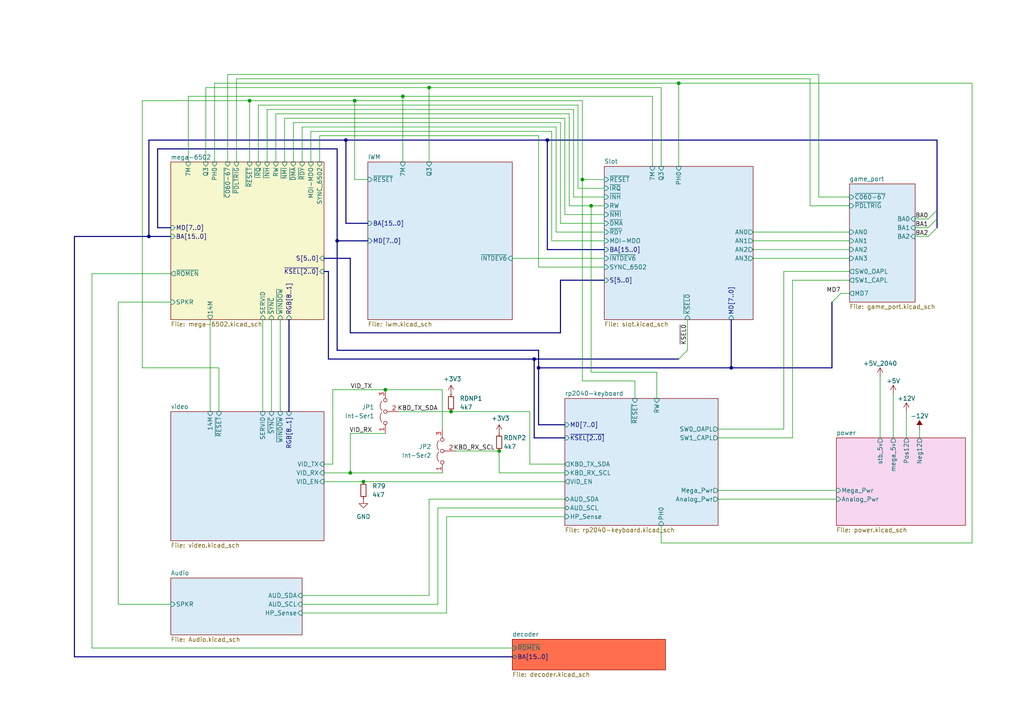
<source format=kicad_sch>
(kicad_sch (version 20230121) (generator eeschema)
  (paper "A4")
  (title_block (title "Mega IIe Rev 3 PCB") (date "2023-10-19") (rev "3b") (company "twitch.tv/baldengineer"))
  (lib_symbols
    (symbol "Mega IIe Rev3 Symbols:Jumper_3_Open" (pin_names (offset 0) hide)
      (property "Reference" "JP" (at -2.54 -2.54 0))
      (property "Value" "Jumper_3_Open" (at 0 2.794 0))
      (symbol "Jumper_3_Open_0_0"
        (circle (center -3.302 0) (radius 0.508))
        (circle (center 0 0) (radius 0.508))
        (circle (center 3.302 0) (radius 0.508))
      )
      (symbol "Jumper_3_Open_0_1"
        (arc (start -0.254 1.016) (mid -1.651 1.4992) (end -3.048 1.016))
        (polyline (pts (xy 0 -0.508) (xy 0 -1.27)))
        (arc (start 3.048 1.016) (mid 1.651 1.4992) (end 0.254 1.016))
      )
      (symbol "Jumper_3_Open_1_1"
        (pin passive line (at -6.35 0 0) (length 2.54) (name "A") (number "1"))
        (pin passive line (at 0 -3.81 90) (length 2.54) (name "C") (number "2"))
        (pin passive line (at 6.35 0 180) (length 2.54) (name "B") (number "3"))
      )
    )
    (symbol "Mega IIe Rev3 Symbols:R_Small" (pin_numbers hide) (pin_names (offset 0.254) hide)
      (property "Reference" "R" (at 0.762 0.508 0))
      (property "Value" "R_Small" (at 0.762 -1.016 0))
      (symbol "R_Small_0_1"
        (rectangle (start -0.762 1.778) (end 0.762 -1.778) (stroke (width 0.2032)))
      )
      (symbol "R_Small_1_1"
        (pin passive line (at 0 2.54 270) (length 0.762) (name "~") (number "1"))
        (pin passive line (at 0 -2.54 90) (length 0.762) (name "~") (number "2"))
      )
    )
    (symbol "My Library:+5V_2040" (power) (pin_names (offset 0))
      (property "Value" "+5V_2040" (at 0 3.556 0))
      (symbol "+5V_2040_0_1"
        (polyline (pts (xy -0.762 1.27) (xy 0 2.54)))
        (polyline (pts (xy 0 0) (xy 0 2.54)))
        (polyline (pts (xy 0 2.54) (xy 0.762 1.27)))
      )
      (symbol "+5V_2040_1_1"
        (pin power_in line (at 0 0 90) (length 0) hide (name "+5V_2040") (number "1"))
      )
    )
    (symbol "power:+12V" (power) (pin_names (offset 0))
      (property "Value" "+12V" (at 0 3.556 0))
      (symbol "+12V_0_1"
        (polyline (pts (xy -0.762 1.27) (xy 0 2.54)))
        (polyline (pts (xy 0 0) (xy 0 2.54)))
        (polyline (pts (xy 0 2.54) (xy 0.762 1.27)))
      )
      (symbol "+12V_1_1"
        (pin power_in line (at 0 0 90) (length 0) hide (name "+12V") (number "1"))
      )
    )
    (symbol "power:+3V3" (power) (pin_names (offset 0))
      (property "Value" "+3V3" (at 0 3.556 0))
      (symbol "+3V3_0_1"
        (polyline (pts (xy -0.762 1.27) (xy 0 2.54)))
        (polyline (pts (xy 0 0) (xy 0 2.54)))
        (polyline (pts (xy 0 2.54) (xy 0.762 1.27)))
      )
      (symbol "+3V3_1_1"
        (pin power_in line (at 0 0 90) (length 0) hide (name "+3V3") (number "1"))
      )
    )
    (symbol "power:+5V" (power) (pin_names (offset 0))
      (property "Value" "+5V" (at 0 3.556 0))
      (symbol "+5V_0_1"
        (polyline (pts (xy -0.762 1.27) (xy 0 2.54)))
        (polyline (pts (xy 0 0) (xy 0 2.54)))
        (polyline (pts (xy 0 2.54) (xy 0.762 1.27)))
      )
      (symbol "+5V_1_1"
        (pin power_in line (at 0 0 90) (length 0) hide (name "+5V") (number "1"))
      )
    )
    (symbol "power:-12V" (power) (pin_names (offset 0))
      (property "Value" "-12V" (at 0 3.81 0))
      (symbol "-12V_0_0"
        (pin power_in line (at 0 0 90) (length 0) hide (name "-12V") (number "1"))
      )
      (symbol "-12V_0_1"
        (polyline (pts (xy 0 0) (xy 0 1.27) (xy 0.762 1.27) (xy 0 2.54) (xy -0.762 1.27) (xy 0 1.27)) (fill (type outline)))
      )
    )
    (symbol "power:GND" (power) (pin_names (offset 0))
      (property "Value" "GND" (at 0 -3.81 0))
      (symbol "GND_0_1"
        (polyline (pts (xy 0 0) (xy 0 -1.27) (xy 1.27 -1.27) (xy 0 -2.54) (xy -1.27 -1.27) (xy 0 -1.27)))
      )
      (symbol "GND_1_1"
        (pin power_in line (at 0 0 270) (length 0) hide (name "GND") (number "1"))
      )
    )
  )
  (junction (at 111.76 113.03))
  (junction (at 196.85 24.13))
  (junction (at 72.39 29.21))
  (junction (at 105.41 139.7))
  (junction (at 43.18 68.58))
  (junction (at 156.21 106.68))
  (junction (at 144.78 130.81))
  (junction (at 102.87 29.21))
  (junction (at 101.6 137.16))
  (junction (at 130.81 119.38))
  (junction (at 168.91 52.07))
  (junction (at 100.33 40.64))
  (junction (at 97.79 69.85))
  (junction (at 124.46 25.4))
  (junction (at 154.94 104.14))
  (junction (at 116.84 27.94))
  (junction (at 158.75 40.64))
  (junction (at 171.45 59.69))
  (junction (at 212.09 106.68))
  (bus_entry (at 269.24 63.5) (size 2.54 -2.54))
  (bus_entry (at 269.24 66.04) (size 2.54 -2.54))
  (bus_entry (at 269.24 68.58) (size 2.54 -2.54))
  (bus_entry (at 196.85 104.14) (size 2.54 -2.54))
  (bus_entry (at 241.3 87.63) (size 2.54 -2.54))
  (wire (pts (xy 165.1 59.69) (xy 165.1 33.02)))
  (bus (pts (xy 93.98 78.74) (xy 95.25 78.74)))
  (wire (pts (xy 129.54 177.8) (xy 129.54 149.86)))
  (wire (pts (xy 68.58 22.86) (xy 234.95 22.86)))
  (wire (pts (xy 171.45 59.69) (xy 165.1 59.69)))
  (wire (pts (xy 171.45 107.95) (xy 190.5 107.95)))
  (bus (pts (xy 97.79 69.85) (xy 97.79 101.6)))
  (wire (pts (xy 255.27 109.22) (xy 255.27 127)))
  (wire (pts (xy 229.87 127) (xy 208.28 127)))
  (wire (pts (xy 72.39 29.21) (xy 41.275 29.21)))
  (wire (pts (xy 243.84 85.09) (xy 246.38 85.09)))
  (wire (pts (xy 227.33 78.74) (xy 246.38 78.74)))
  (wire (pts (xy 234.95 22.86) (xy 234.95 59.69)))
  (wire (pts (xy 74.93 30.48) (xy 74.93 46.99)))
  (wire (pts (xy 77.47 31.75) (xy 77.47 46.99)))
  (bus (pts (xy 100.33 40.64) (xy 158.75 40.64)))
  (wire (pts (xy 208.28 142.24) (xy 242.57 142.24)))
  (bus (pts (xy 95.25 78.74) (xy 95.25 104.14)))
  (bus (pts (xy 100.33 64.77) (xy 106.68 64.77)))
  (bus (pts (xy 158.75 40.64) (xy 271.78 40.64)))
  (wire (pts (xy 175.26 52.07) (xy 168.91 52.07)))
  (wire (pts (xy 76.2 92.71) (xy 76.2 119.38)))
  (bus (pts (xy 83.82 92.71) (xy 83.82 119.38)))
  (wire (pts (xy 93.98 137.16) (xy 101.6 137.16)))
  (wire (pts (xy 156.21 77.47) (xy 175.26 77.47)))
  (wire (pts (xy 90.17 38.1) (xy 160.02 38.1)))
  (bus (pts (xy 49.53 68.58) (xy 43.18 68.58)))
  (wire (pts (xy 124.46 25.4) (xy 191.77 25.4)))
  (wire (pts (xy 82.55 34.29) (xy 82.55 46.99)))
  (wire (pts (xy 168.91 52.07) (xy 168.91 110.49)))
  (wire (pts (xy 63.5 106.68) (xy 63.5 119.38)))
  (wire (pts (xy 161.29 67.31) (xy 161.29 36.83)))
  (wire (pts (xy 105.41 139.7) (xy 163.83 139.7)))
  (wire (pts (xy 234.95 59.69) (xy 246.38 59.69)))
  (wire (pts (xy 168.91 110.49) (xy 184.15 110.49)))
  (bus (pts (xy 95.25 104.14) (xy 154.94 104.14)))
  (wire (pts (xy 265.43 63.5) (xy 269.24 63.5)))
  (wire (pts (xy 227.33 124.46) (xy 227.33 78.74)))
  (wire (pts (xy 116.84 27.94) (xy 189.23 27.94)))
  (bus (pts (xy 45.72 43.18) (xy 97.79 43.18)))
  (wire (pts (xy 62.23 24.13) (xy 62.23 46.99)))
  (wire (pts (xy 208.28 144.78) (xy 242.57 144.78)))
  (wire (pts (xy 102.87 52.07) (xy 106.68 52.07)))
  (wire (pts (xy 92.71 46.99) (xy 92.71 39.37)))
  (wire (pts (xy 102.87 29.21) (xy 168.91 29.21)))
  (wire (pts (xy 124.46 25.4) (xy 124.46 46.99)))
  (bus (pts (xy 271.78 63.5) (xy 271.78 66.04)))
  (wire (pts (xy 77.47 31.75) (xy 166.37 31.75)))
  (wire (pts (xy 87.63 36.83) (xy 87.63 46.99)))
  (bus (pts (xy 212.09 106.68) (xy 156.21 106.68)))
  (wire (pts (xy 265.43 66.04) (xy 269.24 66.04)))
  (wire (pts (xy 66.04 46.99) (xy 66.04 21.59)))
  (wire (pts (xy 41.275 29.21) (xy 41.275 106.68)))
  (wire (pts (xy 218.44 74.93) (xy 246.38 74.93)))
  (wire (pts (xy 34.29 87.63) (xy 34.29 175.26)))
  (wire (pts (xy 160.02 38.1) (xy 160.02 69.85)))
  (wire (pts (xy 190.5 107.95) (xy 190.5 115.57)))
  (bus (pts (xy 156.21 123.19) (xy 163.83 123.19)))
  (bus (pts (xy 154.94 104.14) (xy 154.94 127)))
  (wire (pts (xy 101.6 125.73) (xy 111.76 125.73)))
  (wire (pts (xy 191.77 152.4) (xy 191.77 157.48)))
  (wire (pts (xy 96.52 134.62) (xy 96.52 113.03)))
  (wire (pts (xy 156.21 39.37) (xy 156.21 77.47)))
  (wire (pts (xy 199.39 92.71) (xy 199.39 101.6)))
  (wire (pts (xy 237.49 21.59) (xy 237.49 57.15)))
  (bus (pts (xy 162.56 81.28) (xy 175.26 81.28)))
  (wire (pts (xy 101.6 137.16) (xy 128.27 137.16)))
  (bus (pts (xy 93.98 74.93) (xy 101.6 74.93)))
  (wire (pts (xy 127 175.26) (xy 127 147.32)))
  (bus (pts (xy 162.56 96.52) (xy 162.56 81.28)))
  (wire (pts (xy 160.02 69.85) (xy 175.26 69.85)))
  (wire (pts (xy 171.45 59.69) (xy 171.45 107.95)))
  (wire (pts (xy 132.08 130.81) (xy 144.78 130.81)))
  (wire (pts (xy 189.23 48.26) (xy 189.23 27.94)))
  (wire (pts (xy 87.63 172.72) (xy 124.46 172.72)))
  (wire (pts (xy 115.57 119.38) (xy 130.81 119.38)))
  (wire (pts (xy 259.08 114.3) (xy 259.08 127)))
  (wire (pts (xy 54.61 27.94) (xy 54.61 46.99)))
  (wire (pts (xy 26.67 79.375) (xy 26.67 187.96)))
  (wire (pts (xy 161.29 36.83) (xy 87.63 36.83)))
  (bus (pts (xy 45.72 66.04) (xy 45.72 43.18)))
  (bus (pts (xy 156.21 101.6) (xy 156.21 106.68)))
  (wire (pts (xy 266.7 124.46) (xy 266.7 127)))
  (bus (pts (xy 97.79 101.6) (xy 156.21 101.6)))
  (wire (pts (xy 74.93 30.48) (xy 167.64 30.48)))
  (wire (pts (xy 124.46 144.78) (xy 163.83 144.78)))
  (wire (pts (xy 60.96 92.71) (xy 60.96 119.38)))
  (wire (pts (xy 49.53 79.375) (xy 26.67 79.375)))
  (wire (pts (xy 54.61 27.94) (xy 116.84 27.94)))
  (wire (pts (xy 41.275 106.68) (xy 63.5 106.68)))
  (bus (pts (xy 21.59 68.58) (xy 43.18 68.58)))
  (wire (pts (xy 130.81 119.38) (xy 153.67 119.38)))
  (wire (pts (xy 208.28 124.46) (xy 227.33 124.46)))
  (bus (pts (xy 97.79 69.85) (xy 106.68 69.85)))
  (wire (pts (xy 128.27 124.46) (xy 128.27 113.03)))
  (wire (pts (xy 62.23 24.13) (xy 196.85 24.13)))
  (bus (pts (xy 175.26 72.39) (xy 158.75 72.39)))
  (wire (pts (xy 281.94 157.48) (xy 281.94 24.13)))
  (wire (pts (xy 218.44 69.85) (xy 246.38 69.85)))
  (bus (pts (xy 49.53 66.04) (xy 45.72 66.04)))
  (wire (pts (xy 85.09 35.56) (xy 162.56 35.56)))
  (wire (pts (xy 72.39 29.21) (xy 72.39 46.99)))
  (wire (pts (xy 101.6 137.16) (xy 101.6 125.73)))
  (wire (pts (xy 34.29 175.26) (xy 49.53 175.26)))
  (wire (pts (xy 191.77 157.48) (xy 281.94 157.48)))
  (bus (pts (xy 158.75 72.39) (xy 158.75 40.64)))
  (bus (pts (xy 212.09 106.68) (xy 241.3 106.68)))
  (bus (pts (xy 156.21 106.68) (xy 156.21 123.19)))
  (wire (pts (xy 196.85 24.13) (xy 196.85 48.26)))
  (wire (pts (xy 153.67 119.38) (xy 153.67 134.62)))
  (wire (pts (xy 175.26 64.77) (xy 162.56 64.77)))
  (bus (pts (xy 97.79 43.18) (xy 97.79 69.85)))
  (wire (pts (xy 116.84 27.94) (xy 116.84 46.99)))
  (bus (pts (xy 21.59 68.58) (xy 21.59 190.5)))
  (wire (pts (xy 148.59 74.93) (xy 175.26 74.93)))
  (bus (pts (xy 100.33 64.77) (xy 100.33 40.64)))
  (wire (pts (xy 93.98 139.7) (xy 105.41 139.7)))
  (wire (pts (xy 124.46 172.72) (xy 124.46 144.78)))
  (wire (pts (xy 265.43 68.58) (xy 269.24 68.58)))
  (wire (pts (xy 163.83 62.23) (xy 163.83 34.29)))
  (wire (pts (xy 144.78 137.16) (xy 163.83 137.16)))
  (wire (pts (xy 262.89 119.38) (xy 262.89 127)))
  (wire (pts (xy 90.17 46.99) (xy 90.17 38.1)))
  (wire (pts (xy 144.78 130.81) (xy 144.78 137.16)))
  (wire (pts (xy 72.39 29.21) (xy 102.87 29.21)))
  (wire (pts (xy 96.52 113.03) (xy 111.76 113.03)))
  (bus (pts (xy 271.78 60.96) (xy 271.78 63.5)))
  (wire (pts (xy 184.15 110.49) (xy 184.15 115.57)))
  (bus (pts (xy 241.3 87.63) (xy 241.3 106.68)))
  (wire (pts (xy 175.26 54.61) (xy 167.64 54.61)))
  (wire (pts (xy 80.01 33.02) (xy 165.1 33.02)))
  (wire (pts (xy 92.71 39.37) (xy 156.21 39.37)))
  (wire (pts (xy 129.54 149.86) (xy 163.83 149.86)))
  (wire (pts (xy 281.94 24.13) (xy 196.85 24.13)))
  (wire (pts (xy 153.67 134.62) (xy 163.83 134.62)))
  (wire (pts (xy 167.64 54.61) (xy 167.64 30.48)))
  (wire (pts (xy 49.53 87.63) (xy 34.29 87.63)))
  (wire (pts (xy 175.26 59.69) (xy 171.45 59.69)))
  (wire (pts (xy 102.87 29.21) (xy 102.87 52.07)))
  (wire (pts (xy 127 147.32) (xy 163.83 147.32)))
  (wire (pts (xy 78.74 92.71) (xy 78.74 119.38)))
  (wire (pts (xy 26.67 187.96) (xy 148.59 187.96)))
  (wire (pts (xy 85.09 35.56) (xy 85.09 46.99)))
  (wire (pts (xy 80.01 33.02) (xy 80.01 46.99)))
  (wire (pts (xy 191.77 25.4) (xy 191.77 48.26)))
  (wire (pts (xy 87.63 177.8) (xy 129.54 177.8)))
  (bus (pts (xy 101.6 96.52) (xy 162.56 96.52)))
  (bus (pts (xy 43.18 40.64) (xy 100.33 40.64)))
  (wire (pts (xy 218.44 72.39) (xy 246.38 72.39)))
  (wire (pts (xy 128.27 113.03) (xy 111.76 113.03)))
  (bus (pts (xy 154.94 127) (xy 163.83 127)))
  (wire (pts (xy 175.26 62.23) (xy 163.83 62.23)))
  (bus (pts (xy 154.94 104.14) (xy 196.85 104.14)))
  (wire (pts (xy 59.69 25.4) (xy 59.69 46.99)))
  (bus (pts (xy 212.09 92.71) (xy 212.09 106.68)))
  (wire (pts (xy 66.04 21.59) (xy 237.49 21.59)))
  (wire (pts (xy 229.87 81.28) (xy 229.87 127)))
  (wire (pts (xy 162.56 64.77) (xy 162.56 35.56)))
  (wire (pts (xy 175.26 57.15) (xy 166.37 57.15)))
  (bus (pts (xy 271.78 40.64) (xy 271.78 60.96)))
  (bus (pts (xy 21.59 190.5) (xy 148.59 190.5)))
  (wire (pts (xy 87.63 175.26) (xy 127 175.26)))
  (wire (pts (xy 168.91 52.07) (xy 168.91 29.21)))
  (wire (pts (xy 59.69 25.4) (xy 124.46 25.4)))
  (wire (pts (xy 82.55 34.29) (xy 163.83 34.29)))
  (wire (pts (xy 93.98 134.62) (xy 96.52 134.62)))
  (bus (pts (xy 43.18 40.64) (xy 43.18 68.58)))
  (wire (pts (xy 237.49 57.15) (xy 246.38 57.15)))
  (wire (pts (xy 81.28 92.71) (xy 81.28 119.38)))
  (wire (pts (xy 218.44 67.31) (xy 246.38 67.31)))
  (wire (pts (xy 175.26 67.31) (xy 161.29 67.31)))
  (bus (pts (xy 101.6 74.93) (xy 101.6 96.52)))
  (wire (pts (xy 68.58 46.99) (xy 68.58 22.86)))
  (wire (pts (xy 166.37 57.15) (xy 166.37 31.75)))
  (wire (pts (xy 246.38 81.28) (xy 229.87 81.28)))
  (label "KBD_RX_SCL" (at 143.51 130.81 180))
  (label "~{KSEL0}" (at 199.39 93.98 270))
  (label "BA2" (at 269.24 68.58 180))
  (label "MD7" (at 243.84 85.09 180))
  (label "BA1" (at 269.24 66.04 180))
  (label "KBD_TX_SDA" (at 127 119.38 180))
  (label "BA0" (at 269.24 63.5 180))
  (label "VID_RX" (at 107.95 125.73 180))
  (label "VID_TX" (at 107.95 113.03 180))
  (symbol (lib_id "power:GND") (at 105.41 144.78 0) (unit 1)
    (property "Reference" "#PWR0416" (effects hide))
    (property "Value" "GND" (at 105.41 149.86 0))
  )
  (symbol (lib_id "My Library:+5V_2040") (at 255.27 109.22 0) (unit 1)
    (property "Reference" "#PWR0208" (effects hide))
    (property "Value" "+5V_2040" (at 255.27 105.41 0))
  )
  (symbol (lib_id "Mega IIe Rev3 Symbols:R_Small") (at 144.78 128.27 0) (unit 1)
    (property "Reference" "RDNP2" (at 146.05 127 0) (effects (justify left)))
    (property "Value" "4k7" (at 146.05 129.54 0) (effects (justify left)))
    (property "Footprint" "Resistor_SMD:R_0603_1608Metric" (effects hide))
  )
  (symbol (lib_id "power:+3V3") (at 144.78 125.73 0) (unit 1)
    (property "Reference" "#PWR0415" (effects hide))
    (property "Value" "+3V3" (at 145.161 121.3358 0))
  )
  (symbol (lib_id "power:+12V") (at 262.89 119.38 0) (unit 1)
    (property "Reference" "#PWR0217" (effects hide))
    (property "Value" "+12V" (at 262.89 115.57 0))
  )
  (symbol (lib_id "Mega IIe Rev3 Symbols:R_Small") (at 105.41 142.24 0) (unit 1)
    (property "Reference" "R79" (at 107.95 140.9699 0) (effects (justify left)))
    (property "Value" "4k7" (at 107.95 143.5099 0) (effects (justify left)))
    (property "Footprint" "Resistor_SMD:R_0603_1608Metric" (effects hide))
  )
  (symbol (lib_id "power:+3V3") (at 130.81 114.3 0) (unit 1)
    (property "Reference" "#PWR0417" (effects hide))
    (property "Value" "+3V3" (at 131.191 109.9058 0))
  )
  (symbol (lib_id "power:+5V") (at 259.08 114.3 0) (unit 1)
    (property "Reference" "#PWR0209" (effects hide))
    (property "Value" "+5V" (at 259.08 110.49 0))
  )
  (symbol (lib_id "Mega IIe Rev3 Symbols:R_Small") (at 130.81 116.84 0) (unit 1)
    (property "Reference" "RDNP1" (at 133.35 115.5699 0) (effects (justify left)))
    (property "Value" "4k7" (at 133.35 118.1099 0) (effects (justify left)))
    (property "Footprint" "Resistor_SMD:R_0603_1608Metric" (effects hide))
  )
  (symbol (lib_id "Mega IIe Rev3 Symbols:Jumper_3_Open") (at 111.76 119.38 90) (unit 1)
    (property "Reference" "JP1" (at 108.585 118.1099 90) (effects (justify left)))
    (property "Value" "Int-Ser1" (at 108.585 120.6499 90) (effects (justify left)))
    (property "Footprint" "Jumper:SolderJumper-3_P2.0mm_Open_TrianglePad1.0x1.5mm_NumberLabels" (effects hide))
  )
  (symbol (lib_id "power:-12V") (at 266.7 124.46 0) (unit 1)
    (property "Reference" "#PWR0218" (effects hide))
    (property "Value" "-12V" (at 266.7 120.65 0))
  )
  (symbol (lib_id "Mega IIe Rev3 Symbols:Jumper_3_Open") (at 128.27 130.81 90) (unit 1)
    (property "Reference" "JP2" (at 125.095 129.5399 90) (effects (justify left)))
    (property "Value" "Int-Ser2" (at 125.095 132.0799 90) (effects (justify left)))
    (property "Footprint" "Jumper:SolderJumper-3_P2.0mm_Open_TrianglePad1.0x1.5mm_NumberLabels" (effects hide))
  )
  (sheet (at 148.59 185.42) (size 44.45 8.89) (stroke (width 0.1524)) (fill (color 255 111 78 1.0000))
    (property "Sheetname" "decoder" (at 148.59 184.7084 0) (effects (justify left bottom)))
    (property "Sheetfile" "decoder.kicad_sch" (at 148.59 194.8946 0) (effects (justify left top)))
    (pin "BA[15..0]" bidirectional (at 148.59 190.5 180))
    (pin "~{ROMEN}" input (at 148.59 187.96 180))
  )
  (sheet (at 49.53 46.99) (size 44.45 45.72) (stroke (width 0.1524)) (fill (color 224 224 60 0.2500))
    (property "Sheetname" "mega-6502" (at 49.53 46.355 0) (effects (justify left bottom)))
    (property "Sheetfile" "mega-6502.kicad_sch" (at 49.53 93.2946 0) (effects (justify left top)))
    (pin "7M" input (at 54.61 46.99 90))
    (pin "BA[15..0]" input (at 49.53 68.58 180))
    (pin "MD[7..0]" input (at 49.53 66.04 180))
    (pin "~{KSEL[2..0]}" input (at 93.98 78.74 0))
    (pin "~{DMA}" input (at 85.09 46.99 90))
    (pin "~{PDLTRIG}" input (at 68.58 46.99 90))
    (pin "~{C060-67}" input (at 66.04 46.99 90))
    (pin "~{NMI}" input (at 82.55 46.99 90))
    (pin "~{RDY}" input (at 87.63 46.99 90))
    (pin "S[5..0]" input (at 93.98 74.93 0))
    (pin "PH0" input (at 62.23 46.99 90))
    (pin "Q3" input (at 59.69 46.99 90))
    (pin "RW" input (at 80.01 46.99 90))
    (pin "~{RESET}" input (at 72.39 46.99 90))
    (pin "~{IRQ}" input (at 74.93 46.99 90))
    (pin "~{INH}" input (at 77.47 46.99 90))
    (pin "~{SYNC}" input (at 78.74 92.71 270))
    (pin "MDI-MDO" input (at 90.17 46.99 90))
    (pin "~{WINDOW}" input (at 81.28 92.71 270))
    (pin "RGB[8..1]" input (at 83.82 92.71 270))
    (pin "SPKR" input (at 49.53 87.63 180))
    (pin "SERVID" input (at 76.2 92.71 270))
    (pin "14M" output (at 60.96 92.71 270))
    (pin "SYNC_6502" input (at 92.71 46.99 90))
    (pin "~{ROMEN}" output (at 49.53 79.375 180))
  )
  (sheet (at 175.26 48.26) (size 43.18 44.45) (stroke (width 0.1524)) (fill (color 105 176 224 0.2510))
    (property "Sheetname" "Slot" (at 175.26 47.5484 0) (effects (justify left bottom)))
    (property "Sheetfile" "slot.kicad_sch" (at 175.26 93.2946 0) (effects (justify left top)))
    (pin "~{IRQ}" input (at 175.26 54.61 180))
    (pin "7M" input (at 189.23 48.26 90))
    (pin "Q3" input (at 191.77 48.26 90))
    (pin "PH0" input (at 196.85 48.26 90))
    (pin "~{RESET}" input (at 175.26 52.07 180))
    (pin "~{INH}" input (at 175.26 57.15 180))
    (pin "RW" input (at 175.26 59.69 180))
    (pin "~{INTDEV6}" input (at 175.26 74.93 180))
    (pin "~{DMA}" input (at 175.26 64.77 180))
    (pin "~{KSEL0}" input (at 199.39 92.71 270))
    (pin "~{NMI}" input (at 175.26 62.23 180))
    (pin "~{RDY}" input (at 175.26 67.31 180))
    (pin "BA[15..0]" input (at 175.26 72.39 180))
    (pin "S[5..0]" input (at 175.26 81.28 180))
    (pin "MD[7..0]" input (at 212.09 92.71 270))
    (pin "MDI-MDO" input (at 175.26 69.85 180))
    (pin "AN0" output (at 218.44 67.31 0))
    (pin "AN3" output (at 218.44 74.93 0))
    (pin "AN2" output (at 218.44 72.39 0))
    (pin "AN1" output (at 218.44 69.85 0))
    (pin "SYNC_6502" input (at 175.26 77.47 180))
  )
  (sheet (at 49.53 119.38) (size 44.45 37.465) (stroke (width 0.1524)) (fill (color 105 176 224 0.2510))
    (property "Sheetname" "video" (at 49.53 118.6684 0) (effects (justify left bottom)))
    (property "Sheetfile" "video.kicad_sch" (at 49.53 157.4296 0) (effects (justify left top)))
    (pin "SERVID" input (at 76.2 119.38 90))
    (pin "~{WINDOW}" input (at 81.28 119.38 90))
    (pin "~{SYNC}" input (at 78.74 119.38 90))
    (pin "RGB[8..1]" input (at 83.82 119.38 90))
    (pin "14M" input (at 60.96 119.38 90))
    (pin "VID_RX" input (at 93.98 137.16 0))
    (pin "VID_TX" input (at 93.98 134.62 0))
    (pin "VID_EN" input (at 93.98 139.7 0))
    (pin "~{RESET}" input (at 63.5 119.38 90))
  )
  (sheet (at 246.38 53.34) (size 19.05 34.29) (stroke (width 0.1524)) (fill (color 105 176 224 0.2510))
    (property "Sheetname" "game_port" (at 246.38 52.6284 0) (effects (justify left bottom)))
    (property "Sheetfile" "game_port.kicad_sch" (at 246.38 88.2146 0) (effects (justify left top)))
    (pin "AN3" input (at 246.38 74.93 180))
    (pin "AN0" input (at 246.38 67.31 180))
    (pin "AN2" input (at 246.38 72.39 180))
    (pin "AN1" input (at 246.38 69.85 180))
    (pin "~{PDLTRIG}" input (at 246.38 59.69 180))
    (pin "MD7" output (at 246.38 85.09 180))
    (pin "SW0_OAPL" output (at 246.38 78.74 180))
    (pin "~{C060-67}" input (at 246.38 57.15 180))
    (pin "SW1_CAPL" output (at 246.38 81.28 180))
    (pin "BA0" input (at 265.43 63.5 0))
    (pin "BA1" input (at 265.43 66.04 0))
    (pin "BA2" input (at 265.43 68.58 0))
  )
  (sheet (at 49.53 167.64) (size 38.1 16.51) (stroke (width 0.1524)) (fill (color 105 176 224 0.2510))
    (property "Sheetname" "Audio" (at 49.53 166.9284 0) (effects (justify left bottom)))
    (property "Sheetfile" "Audio.kicad_sch" (at 49.53 184.7346 0) (effects (justify left top)))
    (pin "AUD_SDA" input (at 87.63 172.72 0))
    (pin "AUD_SCL" input (at 87.63 175.26 0))
    (pin "SPKR" input (at 49.53 175.26 180))
    (pin "HP_Sense" input (at 87.63 177.8 0))
  )
  (sheet (at 106.68 46.99) (size 41.91 45.72) (stroke (width 0.1524)) (fill (color 105 176 224 0.2500))
    (property "Sheetname" "IWM" (at 106.68 46.2784 0) (effects (justify left bottom)))
    (property "Sheetfile" "iwm.kicad_sch" (at 106.68 93.2946 0) (effects (justify left top)))
    (pin "7M" input (at 116.84 46.99 90))
    (pin "Q3" input (at 124.46 46.99 90))
    (pin "BA[15..0]" input (at 106.68 64.77 180))
    (pin "~{RESET}" input (at 106.68 52.07 180))
    (pin "MD[7..0]" input (at 106.68 69.85 180))
    (pin "~{INTDEV6}" input (at 148.59 74.93 0))
  )
  (sheet (at 163.83 115.57) (size 44.45 36.83) (stroke (width 0.1524)) (fill (color 105 176 224 0.2510))
    (property "Sheetname" "rp2040-keyboard" (at 163.83 114.8584 0) (effects (justify left bottom)))
    (property "Sheetfile" "rp2040-keyboard.kicad_sch" (at 163.83 152.9846 0) (effects (justify left top)))
    (pin "MD[7..0]" input (at 163.83 123.19 180))
    (pin "PH0" input (at 191.77 152.4 270))
    (pin "~{RESET}" input (at 184.15 115.57 90))
    (pin "RW" input (at 190.5 115.57 90))
    (pin "~{KSEL[2..0]}" input (at 163.83 127 180))
    (pin "Mega_Pwr" output (at 208.28 142.24 0))
    (pin "Analog_Pwr" output (at 208.28 144.78 0))
    (pin "VID_EN" output (at 163.83 139.7 180))
    (pin "SW1_CAPL" output (at 208.28 127 0))
    (pin "AUD_SDA" bidirectional (at 163.83 144.78 180))
    (pin "AUD_SCL" bidirectional (at 163.83 147.32 180))
    (pin "SW0_OAPL" output (at 208.28 124.46 0))
    (pin "KBD_RX_SCL" input (at 163.83 137.16 180))
    (pin "KBD_TX_SDA" output (at 163.83 134.62 180))
    (pin "HP_Sense" input (at 163.83 149.86 180))
  )
  (sheet (at 242.57 127) (size 37.465 25.4) (stroke (width 0.1524)) (fill (color 224 99 194 0.2510))
    (property "Sheetname" "power" (at 242.57 126.2884 0) (effects (justify left bottom)))
    (property "Sheetfile" "power.kicad_sch" (at 242.57 152.9846 0) (effects (justify left top)))
    (pin "Neg12" output (at 266.7 127 90))
    (pin "Pos12" output (at 262.89 127 90))
    (pin "mega_5v" output (at 259.08 127 90))
    (pin "stb_5v" output (at 255.27 127 90))
    (pin "Analog_Pwr" input (at 242.57 144.78 180))
    (pin "Mega_Pwr" input (at 242.57 142.24 180))
  )
)
</source>
